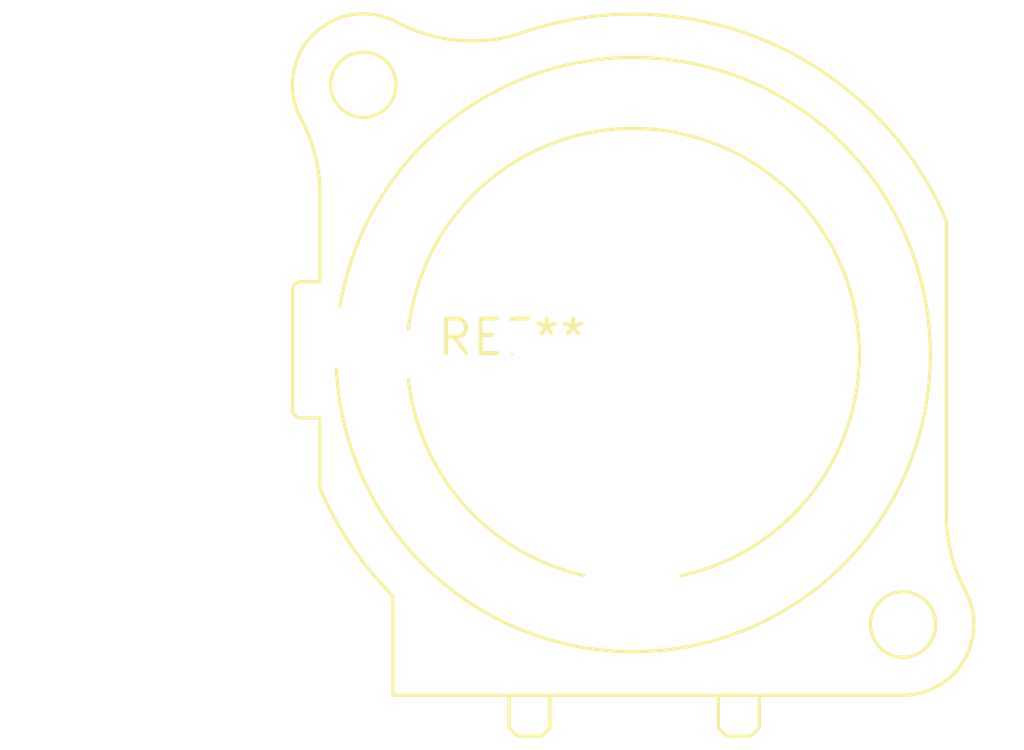
<source format=kicad_pcb>
(kicad_pcb (version 20240108) (generator pcbnew)
  (layers (0 "F.Cu" signal) (31 "B.Cu" signal) (34 "B.Paste" user) (35 "F.Paste" user) (36 "B.SilkS" user "B.Silkscreen") (37 "F.SilkS" user "F.Silkscreen") (38 "B.Mask" user) (39 "F.Mask" user) (44 "Edge.Cuts" user))
  (net 0 "")
  (footprint "Jack_XLR_Neutrik_NC5MBV-SW_Vertical" (layer "F.Cu") (at 0 0)
    (property "Reference" "REF**")
    (property "Value" "Jack_XLR_Neutrik_NC5MBV-SW_Vertical")
    (fp_line (start -8.05 -1.74) (end -8.05 2.66) (layer "F.SilkS") (stroke (width 0.12)))
    (fp_line (start -7.75 2.96) (end -7.05 2.96) (layer "F.SilkS") (stroke (width 0.12)))
    (fp_line (start -7.05 -5.5) (end -7.05 -2.04) (layer "F.SilkS") (stroke (width 0.12)))
    (fp_line (start -7.05 -2.04) (end -7.75 -2.04) (layer "F.SilkS") (stroke (width 0.12)))
    (fp_line (start -7.05 2.96) (end -7.05 5.53) (layer "F.SilkS") (stroke (width 0.12)))
    (fp_line (start -4.37 13.13) (end -4.37 9.49) (layer "F.SilkS") (stroke (width 0.12)))
    (fp_line (start -0.11 13.13) (end -0.11 14.33) (layer "F.SilkS") (stroke (width 0.12)))
    (fp_line (start -0.11 14.33) (end 0.19 14.63) (layer "F.SilkS") (stroke (width 0.12)))
    (fp_line (start 0.19 14.63) (end 1.09 14.63) (layer "F.SilkS") (stroke (width 0.12)))
    (fp_line (start 1.39 13.13) (end 1.39 14.33) (layer "F.SilkS") (stroke (width 0.12)))
    (fp_line (start 1.39 14.33) (end 1.09 14.63) (layer "F.SilkS") (stroke (width 0.12)))
    (fp_line (start 7.57 13.13) (end 7.57 14.33) (layer "F.SilkS") (stroke (width 0.12)))
    (fp_line (start 7.57 14.33) (end 7.87 14.63) (layer "F.SilkS") (stroke (width 0.12)))
    (fp_line (start 8.77 14.63) (end 7.87 14.63) (layer "F.SilkS") (stroke (width 0.12)))
    (fp_line (start 9.07 13.13) (end 9.07 14.33) (layer "F.SilkS") (stroke (width 0.12)))
    (fp_line (start 9.07 14.33) (end 8.77 14.63) (layer "F.SilkS") (stroke (width 0.12)))
    (fp_line (start 14.34 13.13) (end -4.37 13.13) (layer "F.SilkS") (stroke (width 0.12)))
    (fp_line (start 15.94 6.7) (end 15.94 -4.26) (layer "F.SilkS") (stroke (width 0.12)))
    (fp_arc (start -8.05 -1.74) (mid -7.962132 -1.952132) (end -7.75 -2.04) (layer "F.SilkS") (stroke (width 0.12)))
    (fp_arc (start -7.75 2.96) (mid -7.962132 2.872132) (end -8.05 2.66) (layer "F.SilkS") (stroke (width 0.12)))
    (fp_arc (start -7.706823 -7.951699) (mid -7.289779 -11.109355) (end -4.13 -11.51) (layer "F.SilkS") (stroke (width 0.12)))
    (fp_arc (start -7.706604 -7.951457) (mid -7.246227 -6.761104) (end -7.05 -5.5) (layer "F.SilkS") (stroke (width 0.12)))
    (fp_arc (start -6.31 -1.14) (mid 15.327723 1.25708) (end -6.442209 1.172885) (layer "F.SilkS") (stroke (width 0.12)))
    (fp_arc (start -4.379279 9.479668) (mid -5.904794 7.633415) (end -7.05 5.53) (layer "F.SilkS") (stroke (width 0.12)))
    (fp_arc (start -3.8 -0.3) (mid 10.010227 -5.519876) (end 6.202812 8.744522) (layer "F.SilkS") (stroke (width 0.12)))
    (fp_arc (start 0.152098 -11.098604) (mid -2.027539 -10.902648) (end -4.13 -11.51) (layer "F.SilkS") (stroke (width 0.12)))
    (fp_arc (start 0.15831 -11.100431) (mid 9.413683 -10.828344) (end 15.94 -4.26) (layer "F.SilkS") (stroke (width 0.12)))
    (fp_arc (start 2.62 8.73) (mid -1.741551 6.165482) (end -3.803135 1.544903) (layer "F.SilkS") (stroke (width 0.12)))
    (fp_arc (start 16.598442 9.241807) (mid 16.588255 11.83589) (end 14.34 13.13) (layer "F.SilkS") (stroke (width 0.12)))
    (fp_arc (start 16.598586 9.242376) (mid 16.12783 8.007833) (end 15.94 6.7) (layer "F.SilkS") (stroke (width 0.12)))
    (fp_circle (center -5.455 -9.265) (end -4.255 -9.265) (layer "F.SilkS") (stroke (width 0.12)) (fill none))
    (fp_circle (center 14.345 10.535) (end 15.545 10.535) (layer "F.SilkS") (stroke (width 0.12)) (fill none))
    (pad "1" thru_hole circle (at 0 0) (size 2.9 2.9) (drill 1.2) (layers *.Cu *.Mask) (remove_unused_layers))
    (pad "2" thru_hole circle (at 1.27 3.175) (size 3.4 3.4) (drill 1.6) (layers *.Cu *.Mask) (remove_unused_layers))
    (pad "3" thru_hole circle (at 4.445 5.08) (size 2.9 2.9) (drill 1.2) (layers *.Cu *.Mask) (remove_unused_layers))
    (pad "4" thru_hole circle (at 7.62 3.175) (size 3.4 3.4) (drill 1.6) (layers *.Cu *.Mask) (remove_unused_layers))
    (pad "5" thru_hole circle (at 8.255 -0.635) (size 2.9 2.9) (drill 1.2) (layers *.Cu *.Mask) (remove_unused_layers))
    (pad "G" thru_hole circle (at 4.445 8.89) (size 2.9 2.9) (drill 1.2) (layers *.Cu *.Mask) (remove_unused_layers))
    (pad "N" thru_hole circle (at -4.445 0.635) (size 1.8 1.8) (drill 1.2) (layers *.Cu *.Mask) (remove_unused_layers))
    (pad "NC" thru_hole circle (at -2.54 1.27) (size 1.8 1.8) (drill 1.2) (layers *.Cu *.Mask) (remove_unused_layers))
    (pad "NO" thru_hole circle (at -6.35 0) (size 1.8 1.8) (drill 1.2) (layers *.Cu *.Mask) (remove_unused_layers))
  )
)
</source>
